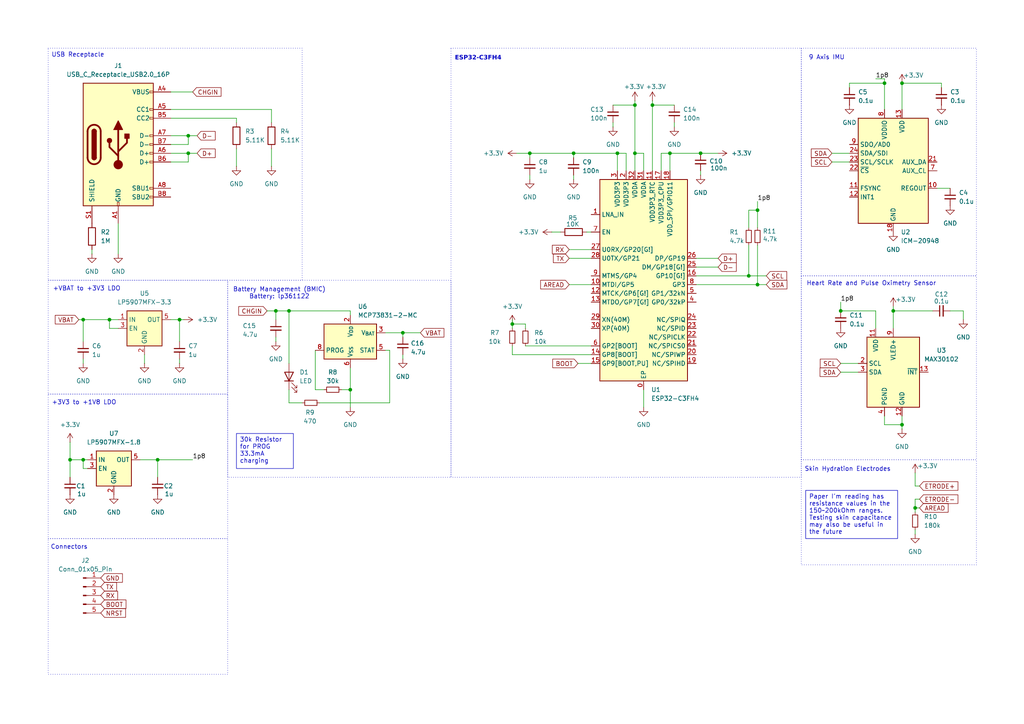
<source format=kicad_sch>
(kicad_sch (version 20231120) (generator "eeschema") (generator_version "8.0")
  (paper "A4")
  (lib_symbols
    (symbol "Battery_Management:MCP73831-2-MC"
      (property "Reference" "U" (at -7.62 6.35 0))
      (property "Value" "MCP73831-2-MC" (at 1.27 6.35 0))
      (symbol "MCP73831-2-MC_0_1"
        (rectangle (start -7.62 5.08) (end 7.62 -5.08) (stroke (width 0.254)) (fill (type background)))
      )
      (symbol "MCP73831-2-MC_1_1"
        (pin passive line (at 0 7.62 270) (length 2.54) hide (name "V_{DD}") (number "1"))
        (pin power_in line (at 0 7.62 270) (length 2.54) (name "V_{DD}") (number "2"))
        (pin power_out line (at 10.16 2.54 180) (length 2.54) (name "V_{BAT}") (number "3"))
        (pin passive line (at 10.16 2.54 180) (length 2.54) hide (name "V_{BAT}") (number "4"))
        (pin tri_state line (at 10.16 -2.54 180) (length 2.54) (name "STAT") (number "5"))
        (pin power_in line (at 0 -7.62 90) (length 2.54) (name "V_{SS}") (number "6"))
        (pin no_connect line (at -7.62 2.54 0) (length 2.54) hide (name "NC") (number "7"))
        (pin input line (at -10.16 -2.54 0) (length 2.54) (name "PROG") (number "8"))
      )
    )
    (symbol "Connector:Conn_01x05_Pin" (pin_names (offset 1.016) hide)
      (property "Reference" "J" (at 0 7.62 0))
      (property "Value" "Conn_01x05_Pin" (at 0 -7.62 0))
      (symbol "Conn_01x05_Pin_1_1"
        (polyline (pts (xy 1.27 -5.08) (xy 0.8636 -5.08)) (stroke (width 0.1524)))
        (polyline (pts (xy 1.27 -2.54) (xy 0.8636 -2.54)) (stroke (width 0.1524)))
        (polyline (pts (xy 1.27 0) (xy 0.8636 0)) (stroke (width 0.1524)))
        (polyline (pts (xy 1.27 2.54) (xy 0.8636 2.54)) (stroke (width 0.1524)))
        (polyline (pts (xy 1.27 5.08) (xy 0.8636 5.08)) (stroke (width 0.1524)))
        (rectangle (start 0.8636 -4.953) (end 0 -5.207) (stroke (width 0.1524)) (fill (type outline)))
        (rectangle (start 0.8636 -2.413) (end 0 -2.667) (stroke (width 0.1524)) (fill (type outline)))
        (rectangle (start 0.8636 0.127) (end 0 -0.127) (stroke (width 0.1524)) (fill (type outline)))
        (rectangle (start 0.8636 2.667) (end 0 2.413) (stroke (width 0.1524)) (fill (type outline)))
        (rectangle (start 0.8636 5.207) (end 0 4.953) (stroke (width 0.1524)) (fill (type outline)))
        (pin passive line (at 5.08 5.08 180) (length 3.81) (name "Pin_1") (number "1"))
        (pin passive line (at 5.08 2.54 180) (length 3.81) (name "Pin_2") (number "2"))
        (pin passive line (at 5.08 0 180) (length 3.81) (name "Pin_3") (number "3"))
        (pin passive line (at 5.08 -2.54 180) (length 3.81) (name "Pin_4") (number "4"))
        (pin passive line (at 5.08 -5.08 180) (length 3.81) (name "Pin_5") (number "5"))
      )
    )
    (symbol "Connector:USB_C_Receptacle_USB2.0_16P" (pin_names (offset 1.016))
      (property "Reference" "J" (at 0 22.225 0))
      (property "Value" "USB_C_Receptacle_USB2.0_16P" (at 0 19.685 0))
      (symbol "USB_C_Receptacle_USB2.0_16P_0_0"
        (rectangle (start -0.254 -17.78) (end 0.254 -16.764))
        (rectangle (start 10.16 -14.986) (end 9.144 -15.494))
        (rectangle (start 10.16 -12.446) (end 9.144 -12.954))
        (rectangle (start 10.16 -4.826) (end 9.144 -5.334))
        (rectangle (start 10.16 -2.286) (end 9.144 -2.794))
        (rectangle (start 10.16 0.254) (end 9.144 -0.254))
        (rectangle (start 10.16 2.794) (end 9.144 2.286))
        (rectangle (start 10.16 7.874) (end 9.144 7.366))
        (rectangle (start 10.16 10.414) (end 9.144 9.906))
        (rectangle (start 10.16 15.494) (end 9.144 14.986))
      )
      (symbol "USB_C_Receptacle_USB2.0_16P_0_1"
        (rectangle (start -10.16 17.78) (end 10.16 -17.78) (stroke (width 0.254)) (fill (type background)))
        (arc (start -8.89 -3.81) (mid -6.985 -5.7067) (end -5.08 -3.81) (stroke (width 0.508)))
        (arc (start -7.62 -3.81) (mid -6.985 -4.4423) (end -6.35 -3.81) (stroke (width 0.254)))
        (arc (start -7.62 -3.81) (mid -6.985 -4.4423) (end -6.35 -3.81) (stroke (width 0.254)) (fill (type outline)))
        (rectangle (start -7.62 -3.81) (end -6.35 3.81) (stroke (width 0.254)) (fill (type outline)))
        (arc (start -6.35 3.81) (mid -6.985 4.4423) (end -7.62 3.81) (stroke (width 0.254)))
        (arc (start -6.35 3.81) (mid -6.985 4.4423) (end -7.62 3.81) (stroke (width 0.254)) (fill (type outline)))
        (arc (start -5.08 3.81) (mid -6.985 5.7067) (end -8.89 3.81) (stroke (width 0.508)))
        (circle (center -2.54 1.143) (radius 0.635) (stroke (width 0.254)) (fill (type outline)))
        (circle (center 0 -5.842) (radius 1.27) (fill (type outline)))
        (polyline (pts (xy -8.89 -3.81) (xy -8.89 3.81)) (stroke (width 0.508)))
        (polyline (pts (xy -5.08 3.81) (xy -5.08 -3.81)) (stroke (width 0.508)))
        (polyline (pts (xy 0 -5.842) (xy 0 4.318)) (stroke (width 0.508)))
        (polyline (pts (xy 0 -3.302) (xy -2.54 -0.762) (xy -2.54 0.508)) (stroke (width 0.508)))
        (polyline (pts (xy 0 -2.032) (xy 2.54 0.508) (xy 2.54 1.778)) (stroke (width 0.508)))
        (polyline (pts (xy -1.27 4.318) (xy 0 6.858) (xy 1.27 4.318) (xy -1.27 4.318)) (stroke (width 0.254)) (fill (type outline)))
        (rectangle (start 1.905 1.778) (end 3.175 3.048) (stroke (width 0.254)) (fill (type outline)))
      )
      (symbol "USB_C_Receptacle_USB2.0_16P_1_1"
        (pin passive line (at 0 -22.86 90) (length 5.08) (name "GND") (number "A1"))
        (pin passive line (at 0 -22.86 90) (length 5.08) hide (name "GND") (number "A12"))
        (pin passive line (at 15.24 15.24 180) (length 5.08) (name "VBUS") (number "A4"))
        (pin bidirectional line (at 15.24 10.16 180) (length 5.08) (name "CC1") (number "A5"))
        (pin bidirectional line (at 15.24 -2.54 180) (length 5.08) (name "D+") (number "A6"))
        (pin bidirectional line (at 15.24 2.54 180) (length 5.08) (name "D-") (number "A7"))
        (pin bidirectional line (at 15.24 -12.7 180) (length 5.08) (name "SBU1") (number "A8"))
        (pin passive line (at 15.24 15.24 180) (length 5.08) hide (name "VBUS") (number "A9"))
        (pin passive line (at 0 -22.86 90) (length 5.08) hide (name "GND") (number "B1"))
        (pin passive line (at 0 -22.86 90) (length 5.08) hide (name "GND") (number "B12"))
        (pin passive line (at 15.24 15.24 180) (length 5.08) hide (name "VBUS") (number "B4"))
        (pin bidirectional line (at 15.24 7.62 180) (length 5.08) (name "CC2") (number "B5"))
        (pin bidirectional line (at 15.24 -5.08 180) (length 5.08) (name "D+") (number "B6"))
        (pin bidirectional line (at 15.24 0 180) (length 5.08) (name "D-") (number "B7"))
        (pin bidirectional line (at 15.24 -15.24 180) (length 5.08) (name "SBU2") (number "B8"))
        (pin passive line (at 15.24 15.24 180) (length 5.08) hide (name "VBUS") (number "B9"))
        (pin passive line (at -7.62 -22.86 90) (length 5.08) (name "SHIELD") (number "S1"))
      )
    )
    (symbol "Device:C_Small" (pin_numbers hide) (pin_names (offset 0.254) hide)
      (property "Reference" "C" (at 0.254 1.778 0))
      (property "Value" "C_Small" (at 0.254 -2.032 0))
      (symbol "C_Small_0_1"
        (polyline (pts (xy -1.524 -0.508) (xy 1.524 -0.508)) (stroke (width 0.3302)))
        (polyline (pts (xy -1.524 0.508) (xy 1.524 0.508)) (stroke (width 0.3048)))
      )
      (symbol "C_Small_1_1"
        (pin passive line (at 0 2.54 270) (length 2.032) (name "~") (number "1"))
        (pin passive line (at 0 -2.54 90) (length 2.032) (name "~") (number "2"))
      )
    )
    (symbol "Device:LED" (pin_numbers hide) (pin_names (offset 1.016) hide)
      (property "Reference" "D" (at 0 2.54 0))
      (property "Value" "LED" (at 0 -2.54 0))
      (symbol "LED_0_1"
        (polyline (pts (xy -1.27 -1.27) (xy -1.27 1.27)) (stroke (width 0.254)))
        (polyline (pts (xy -1.27 0) (xy 1.27 0)))
        (polyline (pts (xy 1.27 -1.27) (xy 1.27 1.27) (xy -1.27 0) (xy 1.27 -1.27)) (stroke (width 0.254)))
        (polyline (pts (xy -3.048 -0.762) (xy -4.572 -2.286) (xy -3.81 -2.286) (xy -4.572 -2.286) (xy -4.572 -1.524)))
        (polyline (pts (xy -1.778 -0.762) (xy -3.302 -2.286) (xy -2.54 -2.286) (xy -3.302 -2.286) (xy -3.302 -1.524)))
      )
      (symbol "LED_1_1"
        (pin passive line (at -3.81 0 0) (length 2.54) (name "K") (number "1"))
        (pin passive line (at 3.81 0 180) (length 2.54) (name "A") (number "2"))
      )
    )
    (symbol "Device:R" (pin_numbers hide) (pin_names (offset 0))
      (property "Reference" "R" (at 2.032 0 90))
      (property "Value" "R" (at 0 0 90))
      (symbol "R_0_1"
        (rectangle (start -1.016 -2.54) (end 1.016 2.54) (stroke (width 0.254)))
      )
      (symbol "R_1_1"
        (pin passive line (at 0 3.81 270) (length 1.27) (name "~") (number "1"))
        (pin passive line (at 0 -3.81 90) (length 1.27) (name "~") (number "2"))
      )
    )
    (symbol "Device:R_Small" (pin_numbers hide) (pin_names (offset 0.254) hide)
      (property "Reference" "R" (at 0.762 0.508 0))
      (property "Value" "R_Small" (at 0.762 -1.016 0))
      (symbol "R_Small_0_1"
        (rectangle (start -0.762 1.778) (end 0.762 -1.778) (stroke (width 0.2032)))
      )
      (symbol "R_Small_1_1"
        (pin passive line (at 0 2.54 270) (length 0.762) (name "~") (number "1"))
        (pin passive line (at 0 -2.54 90) (length 0.762) (name "~") (number "2"))
      )
    )
    (symbol "Regulator_Linear:LP5907MFX-1.8"
      (property "Reference" "U" (at -3.81 6.35 0))
      (property "Value" "LP5907MFX-1.8" (at 6.35 6.35 0))
      (symbol "LP5907MFX-1.8_0_1"
        (rectangle (start -5.08 -5.08) (end 5.08 5.08) (stroke (width 0.254)) (fill (type background)))
        (pin power_in line (at -7.62 2.54 0) (length 2.54) (name "IN") (number "1"))
        (pin power_in line (at 0 -7.62 90) (length 2.54) (name "GND") (number "2"))
        (pin input line (at -7.62 0 0) (length 2.54) (name "EN") (number "3"))
        (pin no_connect line (at 5.08 0 180) (length 2.54) hide (name "NC") (number "4"))
        (pin power_out line (at 7.62 2.54 180) (length 2.54) (name "OUT") (number "5"))
      )
    )
    (symbol "Regulator_Linear:LP5907MFX-3.3"
      (property "Reference" "U" (at -3.81 6.35 0))
      (property "Value" "LP5907MFX-3.3" (at 6.35 6.35 0))
      (symbol "LP5907MFX-3.3_0_1"
        (rectangle (start -5.08 -5.08) (end 5.08 5.08) (stroke (width 0.254)) (fill (type background)))
        (pin power_in line (at -7.62 2.54 0) (length 2.54) (name "IN") (number "1"))
        (pin power_in line (at 0 -7.62 90) (length 2.54) (name "GND") (number "2"))
        (pin input line (at -7.62 0 0) (length 2.54) (name "EN") (number "3"))
        (pin no_connect line (at 5.08 0 180) (length 2.54) hide (name "NC") (number "4"))
        (pin power_out line (at 7.62 2.54 180) (length 2.54) (name "OUT") (number "5"))
      )
    )
    (symbol "Sensor:MAX30102"
      (property "Reference" "U" (at 7.62 15.24 0))
      (property "Value" "MAX30102" (at 7.62 12.7 0))
      (symbol "MAX30102_0_1"
        (rectangle (start -7.62 10.16) (end 7.62 -10.16) (stroke (width 0.254)) (fill (type background)))
      )
      (symbol "MAX30102_1_1"
        (pin no_connect line (at -7.62 5.08 0) (length 2.54) hide (name "NC") (number "1"))
        (pin passive line (at 0 12.7 270) (length 2.54) hide (name "VLED+") (number "10"))
        (pin power_in line (at -5.08 12.7 270) (length 2.54) (name "VDD") (number "11"))
        (pin power_in line (at 2.54 -12.7 90) (length 2.54) (name "GND") (number "12"))
        (pin output line (at 10.16 0 180) (length 2.54) (name "~{INT}") (number "13"))
        (pin no_connect line (at 7.62 2.54 180) (length 2.54) hide (name "NC") (number "14"))
        (pin input line (at -10.16 2.54 0) (length 2.54) (name "SCL") (number "2"))
        (pin bidirectional line (at -10.16 0 0) (length 2.54) (name "SDA") (number "3"))
        (pin power_in line (at -2.54 -12.7 90) (length 2.54) (name "PGND") (number "4"))
        (pin no_connect line (at 7.62 -7.62 180) (length 2.54) hide (name "NC") (number "5"))
        (pin no_connect line (at 7.62 -5.08 180) (length 2.54) hide (name "NC") (number "6"))
        (pin no_connect line (at -7.62 -2.54 0) (length 2.54) hide (name "NC") (number "7"))
        (pin no_connect line (at 7.62 5.08 180) (length 2.54) hide (name "NC") (number "8"))
        (pin power_in line (at 0 12.7 270) (length 2.54) (name "VLED+") (number "9"))
      )
    )
    (symbol "Sensor_Motion:ICM-20948"
      (property "Reference" "U" (at -11.43 16.51 0))
      (property "Value" "ICM-20948" (at 7.62 -16.51 0))
      (symbol "ICM-20948_0_1"
        (rectangle (start -10.16 15.24) (end 10.16 -15.24) (stroke (width 0.254)) (fill (type background)))
      )
      (symbol "ICM-20948_1_1"
        (pin no_connect line (at -10.16 12.7 0) (length 2.54) hide (name "NC") (number "1"))
        (pin passive line (at 12.7 -5.08 180) (length 2.54) (name "REGOUT") (number "10"))
        (pin input line (at -12.7 -5.08 0) (length 2.54) (name "FSYNC") (number "11"))
        (pin output line (at -12.7 -7.62 0) (length 2.54) (name "INT1") (number "12"))
        (pin power_in line (at 2.54 17.78 270) (length 2.54) (name "VDD") (number "13"))
        (pin no_connect line (at 10.16 7.62 180) (length 2.54) hide (name "NC") (number "14"))
        (pin no_connect line (at 10.16 5.08 180) (length 2.54) hide (name "NC") (number "15"))
        (pin no_connect line (at 10.16 -7.62 180) (length 2.54) hide (name "NC") (number "16"))
        (pin no_connect line (at 10.16 -10.16 180) (length 2.54) hide (name "NC") (number "17"))
        (pin power_in line (at 0 -17.78 90) (length 2.54) (name "GND") (number "18"))
        (pin no_connect line (at 10.16 -12.7 180) (length 2.54) hide (name "RESV") (number "19"))
        (pin no_connect line (at -10.16 10.16 0) (length 2.54) hide (name "NC") (number "2"))
        (pin passive line (at 0 -17.78 90) (length 2.54) hide (name "GND") (number "20"))
        (pin bidirectional line (at 12.7 2.54 180) (length 2.54) (name "AUX_DA") (number "21"))
        (pin input line (at -12.7 0 0) (length 2.54) (name "~{CS}") (number "22"))
        (pin input line (at -12.7 2.54 0) (length 2.54) (name "SCL/SCLK") (number "23"))
        (pin bidirectional line (at -12.7 5.08 0) (length 2.54) (name "SDA/SDI") (number "24"))
        (pin no_connect line (at -10.16 -2.54 0) (length 2.54) hide (name "NC") (number "3"))
        (pin no_connect line (at -10.16 -10.16 0) (length 2.54) hide (name "NC") (number "4"))
        (pin no_connect line (at -10.16 -12.7 0) (length 2.54) hide (name "NC") (number "5"))
        (pin no_connect line (at 10.16 10.16 180) (length 2.54) hide (name "NC") (number "6"))
        (pin output line (at 12.7 0 180) (length 2.54) (name "AUX_CL") (number "7"))
        (pin power_in line (at -2.54 17.78 270) (length 2.54) (name "VDDIO") (number "8"))
        (pin bidirectional line (at -12.7 7.62 0) (length 2.54) (name "SDO/AD0") (number "9"))
      )
    )
    (symbol "esp32-c3fh4:ESP32-C3FH4"
      (property "Reference" "U" (at 30.48 5.08 0))
      (property "Value" "ESP32-C3FH4" (at 30.48 2.54 0))
      (symbol "ESP32-C3FH4_1_1"
        (rectangle (start 0 0) (end 25.4 -58.42) (stroke (width 0.254)) (fill (type background)))
        (pin bidirectional line (at 12.7 -60.96 90) (length 2.54) (name "EP") (number "0"))
        (pin bidirectional line (at -2.54 -10.16 0) (length 2.54) (name "LNA_IN") (number "1"))
        (pin bidirectional line (at -2.54 -30.48 0) (length 2.54) (name "MTDI/GP5") (number "10"))
        (pin bidirectional line (at 15.24 2.54 270) (length 2.54) (name "VDD3P3_RTC") (number "11"))
        (pin bidirectional line (at -2.54 -33.02 0) (length 2.54) (name "MTCK/GP6[G!]") (number "12"))
        (pin bidirectional line (at -2.54 -35.56 0) (length 2.54) (name "MTDO/GP7[G!]") (number "13"))
        (pin bidirectional line (at -2.54 -50.8 0) (length 2.54) (name "GP8[BOOT]") (number "14"))
        (pin bidirectional line (at -2.54 -53.34 0) (length 2.54) (name "GP9[BOOT,PU]") (number "15"))
        (pin bidirectional line (at 27.94 -27.94 180) (length 2.54) (name "GP10[G!]") (number "16"))
        (pin bidirectional line (at 17.78 2.54 270) (length 2.54) (name "VDD3P3_CPU") (number "17"))
        (pin bidirectional line (at 20.32 2.54 270) (length 2.54) (name "VDD_SPI/GPIO11") (number "18"))
        (pin bidirectional line (at 27.94 -53.34 180) (length 2.54) (name "NC/SPIHD") (number "19"))
        (pin bidirectional line (at 7.62 2.54 270) (length 2.54) (name "VDD3P3") (number "2"))
        (pin bidirectional line (at 27.94 -50.8 180) (length 2.54) (name "NC/SPIWP") (number "20"))
        (pin bidirectional line (at 27.94 -48.26 180) (length 2.54) (name "NC/SPICS0") (number "21"))
        (pin bidirectional line (at 27.94 -45.72 180) (length 2.54) (name "NC/SPICLK") (number "22"))
        (pin bidirectional line (at 27.94 -43.18 180) (length 2.54) (name "NC/SPID") (number "23"))
        (pin bidirectional line (at 27.94 -40.64 180) (length 2.54) (name "NC/SPIQ") (number "24"))
        (pin bidirectional line (at 27.94 -25.4 180) (length 2.54) (name "DM/GP18[G!]") (number "25"))
        (pin bidirectional line (at 27.94 -22.86 180) (length 2.54) (name "DP/GP19") (number "26"))
        (pin bidirectional line (at -2.54 -20.32 0) (length 2.54) (name "U0RX/GP20[G!]") (number "27"))
        (pin bidirectional line (at -2.54 -22.86 0) (length 2.54) (name "U0TX/GP21") (number "28"))
        (pin bidirectional line (at -2.54 -40.64 0) (length 2.54) (name "XN(40M)") (number "29"))
        (pin bidirectional line (at 5.08 2.54 270) (length 2.54) (name "VDD3P3") (number "3"))
        (pin bidirectional line (at -2.54 -43.18 0) (length 2.54) (name "XP(40M)") (number "30"))
        (pin bidirectional line (at 12.7 2.54 270) (length 2.54) (name "VDDA") (number "31"))
        (pin bidirectional line (at 10.16 2.54 270) (length 2.54) (name "VDDA") (number "32"))
        (pin bidirectional line (at 27.94 -35.56 180) (length 2.54) (name "GP0/32kP") (number "4"))
        (pin bidirectional line (at 27.94 -33.02 180) (length 2.54) (name "GP1/32kN") (number "5"))
        (pin bidirectional line (at -2.54 -48.26 0) (length 2.54) (name "GP2[BOOT]") (number "6"))
        (pin bidirectional line (at -2.54 -15.24 0) (length 2.54) (name "EN") (number "7"))
        (pin bidirectional line (at 27.94 -30.48 180) (length 2.54) (name "GP3") (number "8"))
        (pin bidirectional line (at -2.54 -27.94 0) (length 2.54) (name "MTMS/GP4") (number "9"))
      )
    )
    (symbol "power:+3.3V" (power) (pin_numbers hide) (pin_names (offset 0) hide)
      (property "Value" "+3.3V" (at 0 3.556 0))
      (symbol "+3.3V_0_1"
        (polyline (pts (xy -0.762 1.27) (xy 0 2.54)))
        (polyline (pts (xy 0 0) (xy 0 2.54)))
        (polyline (pts (xy 0 2.54) (xy 0.762 1.27)))
      )
      (symbol "+3.3V_1_1"
        (pin power_in line (at 0 0 90) (length 0) (name "~") (number "1"))
      )
    )
    (symbol "power:GND" (power) (pin_numbers hide) (pin_names (offset 0) hide)
      (property "Value" "GND" (at 0 -3.81 0))
      (symbol "GND_0_1"
        (polyline (pts (xy 0 0) (xy 0 -1.27) (xy 1.27 -1.27) (xy 0 -2.54) (xy -1.27 -1.27) (xy 0 -1.27)))
      )
      (symbol "GND_1_1"
        (pin power_in line (at 0 0 270) (length 0) (name "~") (number "1"))
      )
    )
  )
  (junction (at 243.84 90.17))
  (junction (at 148.59 93.98))
  (junction (at 189.23 30.48))
  (junction (at 203.2 44.45))
  (junction (at 217.17 80.01))
  (junction (at 20.32 133.35))
  (junction (at 194.31 44.45))
  (junction (at 54.61 44.45))
  (junction (at 45.72 133.35))
  (junction (at 256.54 24.13))
  (junction (at 52.07 92.71))
  (junction (at 153.67 44.45))
  (junction (at 184.15 30.48))
  (junction (at 54.61 39.37))
  (junction (at 265.43 147.32))
  (junction (at 261.62 123.19))
  (junction (at 179.07 44.45))
  (junction (at 116.84 96.52))
  (junction (at 219.71 82.55))
  (junction (at 219.71 60.96))
  (junction (at 31.75 92.71))
  (junction (at 261.62 24.13))
  (junction (at 259.08 90.17))
  (junction (at 184.15 44.45))
  (junction (at 24.13 92.71))
  (junction (at 24.13 133.35))
  (junction (at 166.37 44.45))
  (junction (at 101.6 113.03))
  (junction (at 80.01 90.17))
  (junction (at 83.82 90.17))
  (wire (pts (xy 52.07 92.71) (xy 52.07 99.06)))
  (wire (pts (xy 273.05 24.13) (xy 273.05 25.4)))
  (wire (pts (xy 41.91 105.41) (xy 41.91 102.87)))
  (wire (pts (xy 78.74 31.75) (xy 78.74 35.56)))
  (wire (pts (xy 208.28 74.93) (xy 201.93 74.93)))
  (wire (pts (xy 83.82 105.41) (xy 83.82 90.17)))
  (wire (pts (xy 261.62 24.13) (xy 273.05 24.13)))
  (wire (pts (xy 275.59 90.17) (xy 279.4 90.17)))
  (wire (pts (xy 54.61 46.99) (xy 49.53 46.99)))
  (wire (pts (xy 152.4 100.33) (xy 171.45 100.33)))
  (wire (pts (xy 261.62 123.19) (xy 261.62 124.46)))
  (wire (pts (xy 160.02 67.31) (xy 162.56 67.31)))
  (wire (pts (xy 222.25 82.55) (xy 219.71 82.55)))
  (wire (pts (xy 113.03 116.84) (xy 113.03 101.6)))
  (wire (pts (xy 189.23 29.21) (xy 189.23 30.48)))
  (wire (pts (xy 166.37 44.45) (xy 179.07 44.45)))
  (wire (pts (xy 217.17 71.12) (xy 217.17 80.01)))
  (wire (pts (xy 54.61 44.45) (xy 54.61 46.99)))
  (wire (pts (xy 149.86 44.45) (xy 153.67 44.45)))
  (wire (pts (xy 34.29 95.25) (xy 31.75 95.25)))
  (wire (pts (xy 177.8 36.83) (xy 177.8 35.56)))
  (wire (pts (xy 243.84 107.95) (xy 248.92 107.95)))
  (wire (pts (xy 254 90.17) (xy 254 95.25)))
  (wire (pts (xy 24.13 99.06) (xy 24.13 92.71)))
  (wire (pts (xy 148.59 93.98) (xy 148.59 95.25)))
  (wire (pts (xy 20.32 128.27) (xy 20.32 133.35)))
  (wire (pts (xy 26.67 73.66) (xy 26.67 72.39)))
  (wire (pts (xy 256.54 22.86) (xy 256.54 24.13)))
  (wire (pts (xy 166.37 52.07) (xy 166.37 50.8)))
  (wire (pts (xy 20.32 133.35) (xy 24.13 133.35)))
  (wire (pts (xy 189.23 30.48) (xy 189.23 49.53)))
  (wire (pts (xy 111.76 96.52) (xy 116.84 96.52)))
  (wire (pts (xy 219.71 60.96) (xy 219.71 66.04)))
  (wire (pts (xy 179.07 49.53) (xy 179.07 44.45)))
  (wire (pts (xy 49.53 41.91) (xy 54.61 41.91)))
  (wire (pts (xy 184.15 30.48) (xy 184.15 29.21)))
  (wire (pts (xy 256.54 120.65) (xy 256.54 123.19)))
  (wire (pts (xy 243.84 87.63) (xy 243.84 90.17)))
  (wire (pts (xy 181.61 44.45) (xy 181.61 49.53)))
  (wire (pts (xy 153.67 52.07) (xy 153.67 50.8)))
  (wire (pts (xy 22.86 92.71) (xy 24.13 92.71)))
  (wire (pts (xy 80.01 90.17) (xy 83.82 90.17)))
  (wire (pts (xy 256.54 123.19) (xy 261.62 123.19)))
  (wire (pts (xy 116.84 96.52) (xy 121.92 96.52)))
  (wire (pts (xy 217.17 80.01) (xy 222.25 80.01)))
  (wire (pts (xy 259.08 90.17) (xy 259.08 95.25)))
  (wire (pts (xy 45.72 138.43) (xy 45.72 133.35)))
  (wire (pts (xy 261.62 120.65) (xy 261.62 123.19)))
  (wire (pts (xy 201.93 80.01) (xy 217.17 80.01)))
  (wire (pts (xy 179.07 44.45) (xy 181.61 44.45)))
  (wire (pts (xy 254 22.86) (xy 256.54 22.86)))
  (wire (pts (xy 184.15 30.48) (xy 184.15 44.45)))
  (wire (pts (xy 219.71 82.55) (xy 201.93 82.55)))
  (wire (pts (xy 99.06 113.03) (xy 101.6 113.03)))
  (wire (pts (xy 152.4 95.25) (xy 152.4 93.98)))
  (wire (pts (xy 31.75 95.25) (xy 31.75 92.71)))
  (wire (pts (xy 83.82 113.03) (xy 83.82 116.84)))
  (wire (pts (xy 184.15 44.45) (xy 184.15 49.53)))
  (wire (pts (xy 116.84 104.14) (xy 116.84 102.87)))
  (wire (pts (xy 24.13 133.35) (xy 25.4 133.35)))
  (wire (pts (xy 195.58 36.83) (xy 195.58 35.56)))
  (wire (pts (xy 148.59 92.71) (xy 148.59 93.98)))
  (wire (pts (xy 194.31 44.45) (xy 203.2 44.45)))
  (wire (pts (xy 55.88 26.67) (xy 49.53 26.67)))
  (wire (pts (xy 68.58 43.18) (xy 68.58 48.26)))
  (wire (pts (xy 68.58 34.29) (xy 68.58 35.56)))
  (wire (pts (xy 170.18 67.31) (xy 171.45 67.31)))
  (wire (pts (xy 153.67 44.45) (xy 153.67 45.72)))
  (wire (pts (xy 54.61 39.37) (xy 57.15 39.37)))
  (wire (pts (xy 203.2 50.8) (xy 203.2 49.53)))
  (wire (pts (xy 184.15 44.45) (xy 186.69 44.45)))
  (wire (pts (xy 275.59 54.61) (xy 271.78 54.61)))
  (wire (pts (xy 165.1 74.93) (xy 171.45 74.93)))
  (wire (pts (xy 177.8 30.48) (xy 184.15 30.48)))
  (wire (pts (xy 78.74 43.18) (xy 78.74 48.26)))
  (wire (pts (xy 279.4 90.17) (xy 279.4 92.71)))
  (wire (pts (xy 265.43 147.32) (xy 266.7 147.32)))
  (wire (pts (xy 203.2 44.45) (xy 208.28 44.45)))
  (wire (pts (xy 101.6 106.68) (xy 101.6 113.03)))
  (wire (pts (xy 92.71 116.84) (xy 113.03 116.84)))
  (wire (pts (xy 191.77 44.45) (xy 191.77 49.53)))
  (wire (pts (xy 49.53 34.29) (xy 68.58 34.29)))
  (wire (pts (xy 186.69 113.03) (xy 186.69 118.11)))
  (wire (pts (xy 116.84 96.52) (xy 116.84 97.79)))
  (wire (pts (xy 83.82 90.17) (xy 101.6 90.17)))
  (wire (pts (xy 80.01 90.17) (xy 80.01 92.71)))
  (wire (pts (xy 265.43 144.78) (xy 265.43 147.32)))
  (wire (pts (xy 91.44 113.03) (xy 93.98 113.03)))
  (wire (pts (xy 167.64 105.41) (xy 171.45 105.41)))
  (wire (pts (xy 261.62 24.13) (xy 261.62 31.75)))
  (wire (pts (xy 243.84 105.41) (xy 248.92 105.41)))
  (wire (pts (xy 80.01 99.06) (xy 80.01 97.79)))
  (wire (pts (xy 54.61 44.45) (xy 57.15 44.45)))
  (wire (pts (xy 101.6 113.03) (xy 101.6 118.11)))
  (wire (pts (xy 83.82 116.84) (xy 87.63 116.84)))
  (wire (pts (xy 40.64 133.35) (xy 45.72 133.35)))
  (wire (pts (xy 217.17 60.96) (xy 217.17 66.04)))
  (wire (pts (xy 189.23 30.48) (xy 195.58 30.48)))
  (wire (pts (xy 49.53 39.37) (xy 54.61 39.37)))
  (wire (pts (xy 49.53 92.71) (xy 52.07 92.71)))
  (wire (pts (xy 219.71 60.96) (xy 217.17 60.96)))
  (wire (pts (xy 241.3 46.99) (xy 246.38 46.99)))
  (wire (pts (xy 152.4 93.98) (xy 148.59 93.98)))
  (wire (pts (xy 54.61 41.91) (xy 54.61 39.37)))
  (wire (pts (xy 153.67 44.45) (xy 166.37 44.45)))
  (wire (pts (xy 259.08 88.9) (xy 259.08 90.17)))
  (wire (pts (xy 54.61 44.45) (xy 49.53 44.45)))
  (wire (pts (xy 265.43 147.32) (xy 265.43 148.59)))
  (wire (pts (xy 20.32 138.43) (xy 20.32 133.35)))
  (wire (pts (xy 24.13 135.89) (xy 25.4 135.89)))
  (wire (pts (xy 265.43 137.16) (xy 265.43 140.97)))
  (wire (pts (xy 165.1 82.55) (xy 171.45 82.55)))
  (wire (pts (xy 24.13 105.41) (xy 24.13 104.14)))
  (wire (pts (xy 77.47 90.17) (xy 80.01 90.17)))
  (wire (pts (xy 219.71 71.12) (xy 219.71 82.55)))
  (wire (pts (xy 194.31 44.45) (xy 194.31 49.53)))
  (wire (pts (xy 246.38 24.13) (xy 246.38 25.4)))
  (wire (pts (xy 91.44 101.6) (xy 91.44 113.03)))
  (wire (pts (xy 219.71 58.42) (xy 219.71 60.96)))
  (wire (pts (xy 243.84 90.17) (xy 254 90.17)))
  (wire (pts (xy 165.1 72.39) (xy 171.45 72.39)))
  (wire (pts (xy 31.75 92.71) (xy 34.29 92.71)))
  (wire (pts (xy 266.7 144.78) (xy 265.43 144.78)))
  (wire (pts (xy 52.07 105.41) (xy 52.07 104.14)))
  (wire (pts (xy 191.77 44.45) (xy 194.31 44.45)))
  (wire (pts (xy 34.29 64.77) (xy 34.29 73.66)))
  (wire (pts (xy 265.43 153.67) (xy 265.43 154.94)))
  (wire (pts (xy 113.03 101.6) (xy 111.76 101.6)))
  (wire (pts (xy 256.54 24.13) (xy 256.54 31.75)))
  (wire (pts (xy 265.43 140.97) (xy 266.7 140.97)))
  (wire (pts (xy 53.34 92.71) (xy 52.07 92.71)))
  (wire (pts (xy 256.54 24.13) (xy 246.38 24.13)))
  (wire (pts (xy 208.28 77.47) (xy 201.93 77.47)))
  (wire (pts (xy 24.13 133.35) (xy 24.13 135.89)))
  (wire (pts (xy 24.13 92.71) (xy 31.75 92.71)))
  (wire (pts (xy 45.72 133.35) (xy 55.88 133.35)))
  (wire (pts (xy 186.69 44.45) (xy 186.69 49.53)))
  (wire (pts (xy 241.3 44.45) (xy 246.38 44.45)))
  (wire (pts (xy 166.37 44.45) (xy 166.37 45.72)))
  (wire (pts (xy 101.6 90.17) (xy 101.6 91.44)))
  (wire (pts (xy 49.53 31.75) (xy 78.74 31.75)))
  (wire (pts (xy 148.59 100.33) (xy 148.59 102.87)))
  (wire (pts (xy 259.08 90.17) (xy 270.51 90.17)))
  (wire (pts (xy 148.59 102.87) (xy 171.45 102.87)))
  (rectangle (start 232.41 13.97) (end 283.21 80.01) (stroke (width 0) (type dot)))
  (rectangle (start 13.97 114.3) (end 66.04 156.21) (stroke (width 0) (type dot)))
  (rectangle (start 66.04 81.28) (end 130.81 138.43) (stroke (width 0) (type dot)))
  (rectangle (start 13.97 156.21) (end 66.04 195.58) (stroke (width 0) (type dot)))
  (rectangle (start 13.97 13.97) (end 87.63 81.28) (stroke (width 0) (type dot)))
  (rectangle (start 232.41 133.35) (end 283.21 163.83) (stroke (width 0) (type dot)))
  (rectangle (start 130.81 13.97) (end 232.41 138.43) (stroke (width 0) (type dot)))
  (rectangle (start 232.41 80.01) (end 283.21 133.35) (stroke (width 0) (type dot)))
  (rectangle (start 13.97 81.28) (end 66.04 114.3) (stroke (width 0) (type dot)))
  (text_box "30k Resistor for PROG 33.3mA charging" (at 68.58 125.73 0) (size 16.51 10.16) (effects (font (size 1.27 1.27)) (justify left top)))
  (text_box "Paper I'm reading has resistance values in the 150~200kOhm ranges. Testing skin capacitance may also be useful in the future" (at 233.68 142.24 0) (size 26.67 13.97) (effects (font (size 1.27 1.27)) (justify left top)))
  (text "Skin Hydration Electrodes\n" (at 245.872 136.144 0) (effects (font (size 1.27 1.27))))
  (text "Battery Management (BMIC)\nBattery: lp361122" (at 81.026 85.09 0) (effects (font (size 1.27 1.27))))
  (text "Heart Rate and Pulse Oximetry Sensor\n" (at 252.73 82.296 0) (effects (font (size 1.27 1.27))))
  (text "Connectors" (at 20.066 158.75 0) (effects (font (size 1.27 1.27))))
  (text "ESP32-C3FH4" (at 138.684 17.272 0) (effects (font (size 1.27 1.27) (thickness 0.254) (bold yes))))
  (text "USB Receptacle\n" (at 22.606 16.002 0) (effects (font (size 1.27 1.27))))
  (text "+3V3 to +1V8 LDO" (at 24.384 116.84 0) (effects (font (size 1.27 1.27))))
  (text "9 Axis IMU\n" (at 239.776 16.764 0) (effects (font (size 1.27 1.27))))
  (text "+VBAT to +3V3 LDO\n" (at 25.146 83.82 0) (effects (font (size 1.27 1.27))))
  (label "1p8" (at 254 22.86 0))
  (label "1p8" (at 243.84 87.63 0))
  (label "1p8" (at 55.88 133.35 0))
  (label "1p8" (at 219.71 58.42 0))
  (global_label "SCL" (shape input) (at 243.84 105.41 180) (property "Intersheetrefs" "${INTERSHEET_REFS}" (effects (hide yes))))
  (global_label "D+" (shape input) (at 208.28 74.93 0) (property "Intersheetrefs" "${INTERSHEET_REFS}" (effects (hide yes))))
  (global_label "D-" (shape input) (at 57.15 39.37 0) (property "Intersheetrefs" "${INTERSHEET_REFS}" (effects (hide yes))))
  (global_label "CHGIN" (shape input) (at 55.88 26.67 0) (property "Intersheetrefs" "${INTERSHEET_REFS}" (effects (hide yes))))
  (global_label "ETRODE+" (shape input) (at 266.7 140.97 0) (property "Intersheetrefs" "${INTERSHEET_REFS}" (effects (hide yes))))
  (global_label "RX" (shape input) (at 165.1 72.39 180) (property "Intersheetrefs" "${INTERSHEET_REFS}" (effects (hide yes))))
  (global_label "AREAD" (shape input) (at 266.7 147.32 0) (property "Intersheetrefs" "${INTERSHEET_REFS}" (effects (hide yes))))
  (global_label "BOOT" (shape input) (at 29.21 175.26 0) (property "Intersheetrefs" "${INTERSHEET_REFS}" (effects (hide yes))))
  (global_label "SDA" (shape input) (at 243.84 107.95 180) (property "Intersheetrefs" "${INTERSHEET_REFS}" (effects (hide yes))))
  (global_label "ETRODE-" (shape input) (at 266.7 144.78 0) (property "Intersheetrefs" "${INTERSHEET_REFS}" (effects (hide yes))))
  (global_label "SDA" (shape input) (at 222.25 82.55 0) (property "Intersheetrefs" "${INTERSHEET_REFS}" (effects (hide yes))))
  (global_label "TX" (shape input) (at 29.21 170.18 0) (property "Intersheetrefs" "${INTERSHEET_REFS}" (effects (hide yes))))
  (global_label "TX" (shape input) (at 165.1 74.93 180) (property "Intersheetrefs" "${INTERSHEET_REFS}" (effects (hide yes))))
  (global_label "SCL" (shape input) (at 241.3 46.99 180) (property "Intersheetrefs" "${INTERSHEET_REFS}" (effects (hide yes))))
  (global_label "GND" (shape input) (at 29.21 167.64 0) (property "Intersheetrefs" "${INTERSHEET_REFS}" (effects (hide yes))))
  (global_label "SDA" (shape input) (at 241.3 44.45 180) (property "Intersheetrefs" "${INTERSHEET_REFS}" (effects (hide yes))))
  (global_label "BOOT" (shape input) (at 167.64 105.41 180) (property "Intersheetrefs" "${INTERSHEET_REFS}" (effects (hide yes))))
  (global_label "SCL" (shape input) (at 222.25 80.01 0) (property "Intersheetrefs" "${INTERSHEET_REFS}" (effects (hide yes))))
  (global_label "AREAD" (shape input) (at 165.1 82.55 180) (property "Intersheetrefs" "${INTERSHEET_REFS}" (effects (hide yes))))
  (global_label "CHGIN" (shape input) (at 77.47 90.17 180) (property "Intersheetrefs" "${INTERSHEET_REFS}" (effects (hide yes))))
  (global_label "RX" (shape input) (at 29.21 172.72 0) (property "Intersheetrefs" "${INTERSHEET_REFS}" (effects (hide yes))))
  (global_label "VBAT" (shape input) (at 121.92 96.52 0) (property "Intersheetrefs" "${INTERSHEET_REFS}" (effects (hide yes))))
  (global_label "D-" (shape input) (at 208.28 77.47 0) (property "Intersheetrefs" "${INTERSHEET_REFS}" (effects (hide yes))))
  (global_label "D+" (shape input) (at 57.15 44.45 0) (property "Intersheetrefs" "${INTERSHEET_REFS}" (effects (hide yes))))
  (global_label "NRST" (shape input) (at 29.21 177.8 0) (property "Intersheetrefs" "${INTERSHEET_REFS}" (effects (hide yes))))
  (global_label "VBAT" (shape input) (at 22.86 92.71 180) (property "Intersheetrefs" "${INTERSHEET_REFS}" (effects (hide yes))))
  (symbol (lib_id "Device:C_Small") (at 273.05 27.94 0) (unit 1)
    (property "Reference" "C3" (at 275.59 26.6762 0) (effects (justify left)))
    (property "Value" "0.1u" (at 275.59 29.2162 0) (effects (justify left)))
    (property "Footprint" "Capacitor_SMD:C_0603_1608Metric" (effects (hide yes)))
    (property "Description" "Unpolarized capacitor, small symbol" (effects (hide yes)))
  )
  (symbol (lib_id "power:+3.3V") (at 148.59 93.98 0) (unit 1)
    (property "Reference" "#PWR030" (effects (hide yes)))
    (property "Value" "+3.3V" (at 148.59 88.9 0))
    (property "Description" "Power symbol creates a global label with name \"+3.3V\"" (effects (hide yes)))
  )
  (symbol (lib_id "power:GND") (at 246.38 30.48 0) (unit 1)
    (property "Reference" "#PWR013" (effects (hide yes)))
    (property "Value" "GND" (at 246.38 35.56 0))
    (property "Description" "Power symbol creates a global label with name \"GND\" , ground" (effects (hide yes)))
  )
  (symbol (lib_id "power:GND") (at 26.67 73.66 0) (unit 1)
    (property "Reference" "#PWR017" (effects (hide yes)))
    (property "Value" "GND" (at 26.67 78.74 0))
    (property "Description" "Power symbol creates a global label with name \"GND\" , ground" (effects (hide yes)))
  )
  (symbol (lib_id "Device:R_Small") (at 219.71 68.58 0) (unit 1)
    (property "Reference" "R11" (at 221.234 67.056 0) (effects (justify left)))
    (property "Value" "4.7k" (at 221.234 69.342 0) (effects (justify left)))
    (property "Footprint" "Resistor_SMD:R_0201_0603Metric" (effects (hide yes)))
    (property "Description" "Resistor, small symbol" (effects (hide yes)))
  )
  (symbol (lib_id "Device:R_Small") (at 96.52 113.03 90) (unit 1)
    (property "Reference" "R8" (at 96.52 107.95 90))
    (property "Value" "30k" (at 96.52 110.49 90))
    (property "Footprint" "Resistor_SMD:R_0201_0603Metric" (effects (hide yes)))
    (property "Description" "Resistor, small symbol" (effects (hide yes)))
  )
  (symbol (lib_id "Device:R_Small") (at 148.59 97.79 0) (unit 1)
    (property "Reference" "R7" (at 143.51 96.52 0))
    (property "Value" "10k" (at 143.51 99.06 0))
    (property "Footprint" "Resistor_SMD:R_0201_0603Metric" (effects (hide yes)))
    (property "Description" "Resistor, small symbol" (effects (hide yes)))
  )
  (symbol (lib_id "Connector:Conn_01x05_Pin") (at 24.13 172.72 0) (unit 1)
    (property "Reference" "J2" (at 24.765 162.56 0))
    (property "Value" "Conn_01x05_Pin" (at 24.765 165.1 0))
    (property "Footprint" "Connector_JST:JST_XH_B5B-XH-A_1x05_P2.50mm_Vertical" (effects (hide yes)))
    (property "Description" "Generic connector, single row, 01x05, script generated" (effects (hide yes)))
  )
  (symbol (lib_id "power:GND") (at 177.8 36.83 0) (unit 1)
    (property "Reference" "#PWR031" (effects (hide yes)))
    (property "Value" "GND" (at 177.8 41.91 0))
    (property "Description" "Power symbol creates a global label with name \"GND\" , ground" (effects (hide yes)))
  )
  (symbol (lib_id "power:GND") (at 265.43 154.94 0) (unit 1)
    (property "Reference" "#PWR022" (effects (hide yes)))
    (property "Value" "GND" (at 265.43 160.02 0))
    (property "Description" "Power symbol creates a global label with name \"GND\" , ground" (effects (hide yes)))
  )
  (symbol (lib_id "Device:R") (at 26.67 68.58 0) (unit 1)
    (property "Reference" "R2" (at 29.21 67.3099 0) (effects (justify left)))
    (property "Value" "1M" (at 29.21 69.8499 0) (effects (justify left)))
    (property "Footprint" "Resistor_SMD:R_0201_0603Metric" (effects (hide yes)))
    (property "Description" "Resistor" (effects (hide yes)))
  )
  (symbol (lib_id "Regulator_Linear:LP5907MFX-1.8") (at 33.02 135.89 0) (unit 1)
    (property "Reference" "U7" (at 33.02 125.73 0))
    (property "Value" "LP5907MFX-1.8" (at 33.02 128.27 0))
    (property "Footprint" "Package_TO_SOT_SMD:SOT-23-5" (effects (hide yes)))
    (property "Datasheet" "http://www.ti.com/lit/ds/symlink/lp5907.pdf" (effects (hide yes)))
    (property "Description" "250-mA Ultra-Low-Noise Low-IQ LDO, 1.8V, SOT-23" (effects (hide yes)))
  )
  (symbol (lib_id "Device:R_Small") (at 90.17 116.84 90) (unit 1)
    (property "Reference" "R9" (at 89.916 119.634 90))
    (property "Value" "470" (at 89.916 122.174 90))
    (property "Footprint" "Resistor_SMD:R_0201_0603Metric" (effects (hide yes)))
    (property "Description" "Resistor, small symbol" (effects (hide yes)))
  )
  (symbol (lib_id "Device:C_Small") (at 24.13 101.6 0) (unit 1)
    (property "Reference" "C6" (at 26.67 100.3362 0) (effects (justify left)))
    (property "Value" "1u" (at 26.67 102.8762 0) (effects (justify left)))
    (property "Footprint" "Capacitor_SMD:C_0603_1608Metric" (effects (hide yes)))
    (property "Description" "Unpolarized capacitor, small symbol" (effects (hide yes)))
  )
  (symbol (lib_id "power:+3.3V") (at 259.08 88.9 0) (unit 1)
    (property "Reference" "#PWR05" (effects (hide yes)))
    (property "Value" "+3.3V" (at 262.636 86.868 0))
    (property "Description" "Power symbol creates a global label with name \"+3.3V\"" (effects (hide yes)))
  )
  (symbol (lib_id "power:+3.3V") (at 160.02 67.31 90) (unit 1)
    (property "Reference" "#PWR024" (effects (hide yes)))
    (property "Value" "+3.3V" (at 156.21 67.3099 90) (effects (justify left)))
    (property "Description" "Power symbol creates a global label with name \"+3.3V\"" (effects (hide yes)))
  )
  (symbol (lib_id "Device:R") (at 68.58 39.37 0) (unit 1)
    (property "Reference" "R3" (at 71.12 38.0999 0) (effects (justify left)))
    (property "Value" "5.11K" (at 71.12 40.6399 0) (effects (justify left)))
    (property "Footprint" "Resistor_SMD:R_0201_0603Metric" (effects (hide yes)))
    (property "Description" "Resistor" (effects (hide yes)))
  )
  (symbol (lib_id "power:GND") (at 45.72 143.51 0) (unit 1)
    (property "Reference" "#PWR010" (effects (hide yes)))
    (property "Value" "GND" (at 45.72 148.59 0))
    (property "Description" "Power symbol creates a global label with name \"GND\" , ground" (effects (hide yes)))
  )
  (symbol (lib_id "power:GND") (at 116.84 104.14 0) (unit 1)
    (property "Reference" "#PWR021" (effects (hide yes)))
    (property "Value" "GND" (at 116.84 109.22 0))
    (property "Description" "Power symbol creates a global label with name \"GND\" , ground" (effects (hide yes)))
  )
  (symbol (lib_id "Device:C_Small") (at 45.72 140.97 0) (unit 1)
    (property "Reference" "C2" (at 47.498 140.97 0) (effects (justify left)))
    (property "Value" "1u" (at 47.752 143.256 0) (effects (justify left)))
    (property "Footprint" "Capacitor_SMD:C_0603_1608Metric" (effects (hide yes)))
    (property "Description" "Unpolarized capacitor, small symbol" (effects (hide yes)))
  )
  (symbol (lib_id "power:GND") (at 259.08 67.31 0) (unit 1)
    (property "Reference" "#PWR03" (effects (hide yes)))
    (property "Value" "GND" (at 259.08 72.39 0))
    (property "Description" "Power symbol creates a global label with name \"GND\" , ground" (effects (hide yes)))
  )
  (symbol (lib_id "Device:C_Small") (at 166.37 48.26 0) (unit 1)
    (property "Reference" "C9" (at 168.91 46.9962 0) (effects (justify left)))
    (property "Value" "100n" (at 168.91 49.5362 0) (effects (justify left)))
    (property "Footprint" "Capacitor_SMD:C_0603_1608Metric" (effects (hide yes)))
    (property "Description" "Unpolarized capacitor, small symbol" (effects (hide yes)))
  )
  (symbol (lib_id "power:GND") (at 20.32 143.51 0) (unit 1)
    (property "Reference" "#PWR08" (effects (hide yes)))
    (property "Value" "GND" (at 20.32 148.59 0))
    (property "Description" "Power symbol creates a global label with name \"GND\" , ground" (effects (hide yes)))
  )
  (symbol (lib_id "power:+3.3V") (at 261.62 24.13 0) (unit 1)
    (property "Reference" "#PWR06" (effects (hide yes)))
    (property "Value" "+3.3V" (at 264.922 21.844 0))
    (property "Description" "Power symbol creates a global label with name \"+3.3V\"" (effects (hide yes)))
  )
  (symbol (lib_id "Connector:USB_C_Receptacle_USB2.0_16P") (at 34.29 41.91 0) (unit 1)
    (property "Reference" "J1" (at 34.29 19.05 0))
    (property "Value" "USB_C_Receptacle_USB2.0_16P" (at 34.29 21.59 0))
    (property "Footprint" "Connector_USB:USB_C_Receptacle_Palconn_UTC16-G" (effects (hide yes)))
    (property "Datasheet" "https://www.usb.org/sites/default/files/documents/usb_type-c.zip" (effects (hide yes)))
    (property "Description" "USB 2.0-only 16P Type-C Receptacle connector" (effects (hide yes)))
  )
  (symbol (lib_id "Device:C_Small") (at 195.58 33.02 0) (unit 1)
    (property "Reference" "C14" (at 198.12 31.7562 0) (effects (justify left)))
    (property "Value" "100n" (at 198.12 34.2962 0) (effects (justify left)))
    (property "Footprint" "Capacitor_SMD:C_0603_1608Metric" (effects (hide yes)))
    (property "Description" "Unpolarized capacitor, small symbol" (effects (hide yes)))
  )
  (symbol (lib_id "Device:C_Small") (at 80.01 95.25 0) (unit 1)
    (property "Reference" "C15" (at 70.358 94.488 0) (effects (justify left)))
    (property "Value" "4.7u" (at 70.358 97.028 0) (effects (justify left)))
    (property "Footprint" "Capacitor_SMD:C_0603_1608Metric" (effects (hide yes)))
    (property "Description" "Unpolarized capacitor, small symbol" (effects (hide yes)))
  )
  (symbol (lib_id "power:GND") (at 275.59 59.69 0) (unit 1)
    (property "Reference" "#PWR011" (effects (hide yes)))
    (property "Value" "GND" (at 275.59 64.77 0))
    (property "Description" "Power symbol creates a global label with name \"GND\" , ground" (effects (hide yes)))
  )
  (symbol (lib_id "Device:C_Small") (at 243.84 92.71 0) (unit 1)
    (property "Reference" "C11" (at 246.38 91.4462 0) (effects (justify left)))
    (property "Value" "0.1u" (at 246.38 93.9862 0) (effects (justify left)))
    (property "Footprint" "Capacitor_SMD:C_0603_1608Metric" (effects (hide yes)))
    (property "Description" "Unpolarized capacitor, small symbol" (effects (hide yes)))
  )
  (symbol (lib_id "Device:C_Small") (at 275.59 57.15 0) (unit 1)
    (property "Reference" "C4" (at 278.13 55.8862 0) (effects (justify left)))
    (property "Value" "0.1u" (at 278.13 58.4262 0) (effects (justify left)))
    (property "Footprint" "Capacitor_SMD:C_0603_1608Metric" (effects (hide yes)))
    (property "Description" "Unpolarized capacitor, small symbol" (effects (hide yes)))
  )
  (symbol (lib_id "power:GND") (at 261.62 124.46 0) (unit 1)
    (property "Reference" "#PWR04" (effects (hide yes)))
    (property "Value" "GND" (at 261.62 129.54 0))
    (property "Description" "Power symbol creates a global label with name \"GND\" , ground" (effects (hide yes)))
  )
  (symbol (lib_id "power:GND") (at 24.13 105.41 0) (unit 1)
    (property "Reference" "#PWR018" (effects (hide yes)))
    (property "Value" "GND" (at 24.13 110.49 0))
    (property "Description" "Power symbol creates a global label with name \"GND\" , ground" (effects (hide yes)))
  )
  (symbol (lib_id "power:+3.3V") (at 184.15 29.21 0) (unit 1)
    (property "Reference" "#PWR035" (effects (hide yes)))
    (property "Value" "+3.3V" (at 183.896 25.146 0))
    (property "Description" "Power symbol creates a global label with name \"+3.3V\"" (effects (hide yes)))
  )
  (symbol (lib_id "Device:C_Small") (at 116.84 100.33 0) (unit 1)
    (property "Reference" "C16" (at 119.126 99.568 0) (effects (justify left)))
    (property "Value" "4.7u" (at 119.126 102.108 0) (effects (justify left)))
    (property "Footprint" "Capacitor_SMD:C_0603_1608Metric" (effects (hide yes)))
    (property "Description" "Unpolarized capacitor, small symbol" (effects (hide yes)))
  )
  (symbol (lib_id "power:GND") (at 41.91 105.41 0) (unit 1)
    (property "Reference" "#PWR019" (effects (hide yes)))
    (property "Value" "GND" (at 41.91 110.49 0))
    (property "Description" "Power symbol creates a global label with name \"GND\" , ground" (effects (hide yes)))
  )
  (symbol (lib_id "power:GND") (at 33.02 143.51 0) (unit 1)
    (property "Reference" "#PWR09" (effects (hide yes)))
    (property "Value" "GND" (at 33.02 148.59 0))
    (property "Description" "Power symbol creates a global label with name \"GND\" , ground" (effects (hide yes)))
  )
  (symbol (lib_id "Device:LED") (at 83.82 109.22 90) (unit 1)
    (property "Reference" "D1" (at 86.868 107.95 90) (effects (justify right)))
    (property "Value" "LED" (at 86.868 110.49 90) (effects (justify right)))
    (property "Footprint" "LED_SMD:LED_0402_1005Metric" (effects (hide yes)))
    (property "Description" "Light emitting diode" (effects (hide yes)))
  )
  (symbol (lib_id "power:GND") (at 153.67 52.07 0) (unit 1)
    (property "Reference" "#PWR026" (effects (hide yes)))
    (property "Value" "GND" (at 153.67 57.15 0))
    (property "Description" "Power symbol creates a global label with name \"GND\" , ground" (effects (hide yes)))
  )
  (symbol (lib_id "power:GND") (at 186.69 118.11 0) (unit 1)
    (property "Reference" "#PWR02" (effects (hide yes)))
    (property "Value" "GND" (at 186.69 123.19 0))
    (property "Description" "Power symbol creates a global label with name \"GND\" , ground" (effects (hide yes)))
  )
  (symbol (lib_id "power:GND") (at 203.2 50.8 0) (unit 1)
    (property "Reference" "#PWR025" (effects (hide yes)))
    (property "Value" "GND" (at 203.2 55.88 0))
    (property "Description" "Power symbol creates a global label with name \"GND\" , ground" (effects (hide yes)))
  )
  (symbol (lib_id "Device:C_Small") (at 203.2 46.99 0) (unit 1)
    (property "Reference" "C10" (at 205.74 46.736 0) (effects (justify left)))
    (property "Value" "100n" (at 205.994 48.768 0) (effects (justify left)))
    (property "Footprint" "Capacitor_SMD:C_0603_1608Metric" (effects (hide yes)))
    (property "Description" "Unpolarized capacitor, small symbol" (effects (hide yes)))
  )
  (symbol (lib_id "power:+3.3V") (at 53.34 92.71 270) (unit 1)
    (property "Reference" "#PWR023" (effects (hide yes)))
    (property "Value" "+3.3V" (at 57.15 92.7099 90) (effects (justify left)))
    (property "Description" "Power symbol creates a global label with name \"+3.3V\"" (effects (hide yes)))
  )
  (symbol (lib_id "Device:R") (at 166.37 67.31 90) (unit 1)
    (property "Reference" "R5" (at 166.116 63.246 90))
    (property "Value" "10K" (at 166.116 65.024 90))
    (property "Footprint" "Resistor_SMD:R_0201_0603Metric" (effects (hide yes)))
    (property "Description" "Resistor" (effects (hide yes)))
  )
  (symbol (lib_id "Device:C_Small") (at 273.05 90.17 90) (unit 1)
    (property "Reference" "C12" (at 273.0437 85.344 90))
    (property "Value" "0.1u" (at 273.05 87.376 90))
    (property "Footprint" "Capacitor_SMD:C_0603_1608Metric" (effects (hide yes)))
    (property "Description" "Unpolarized capacitor, small symbol" (effects (hide yes)))
  )
  (symbol (lib_id "Device:R_Small") (at 152.4 97.79 180) (unit 1)
    (property "Reference" "R6" (at 154.94 96.5199 0) (effects (justify right)))
    (property "Value" "10k" (at 154.94 99.0599 0) (effects (justify right)))
    (property "Footprint" "Resistor_SMD:R_0201_0603Metric" (effects (hide yes)))
    (property "Description" "Resistor, small symbol" (effects (hide yes)))
  )
  (symbol (lib_id "Battery_Management:MCP73831-2-MC") (at 101.6 99.06 0) (unit 1)
    (property "Reference" "U6" (at 103.7941 88.9 0) (effects (justify left)))
    (property "Value" "MCP73831-2-MC" (at 103.7941 91.44 0) (effects (justify left)))
    (property "Footprint" "Package_DFN_QFN:DFN-8-1EP_3x2mm_P0.5mm_EP1.7x1.4mm" (effects (hide yes)))
    (property "Datasheet" "http://ww1.microchip.com/downloads/en/DeviceDoc/20001984g.pdf" (effects (hide yes)))
    (property "Description" "Single cell, Li-Ion/Li-Po charge management controller, 4.20V, Tri-State Status Output, in DFN-8 package" (effects (hide yes)))
  )
  (symbol (lib_id "power:GND") (at 273.05 30.48 0) (unit 1)
    (property "Reference" "#PWR012" (effects (hide yes)))
    (property "Value" "GND" (at 273.05 35.56 0))
    (property "Description" "Power symbol creates a global label with name \"GND\" , ground" (effects (hide yes)))
  )
  (symbol (lib_id "Device:C_Small") (at 153.67 48.26 0) (unit 1)
    (property "Reference" "C8" (at 156.21 46.9962 0) (effects (justify left)))
    (property "Value" "1u" (at 156.21 49.5362 0) (effects (justify left)))
    (property "Footprint" "Capacitor_SMD:C_0603_1608Metric" (effects (hide yes)))
    (property "Description" "Unpolarized capacitor, small symbol" (effects (hide yes)))
  )
  (symbol (lib_id "power:GND") (at 279.4 92.71 0) (unit 1)
    (property "Reference" "#PWR029" (effects (hide yes)))
    (property "Value" "GND" (at 279.4 97.79 0))
    (property "Description" "Power symbol creates a global label with name \"GND\" , ground" (effects (hide yes)))
  )
  (symbol (lib_id "power:GND") (at 166.37 52.07 0) (unit 1)
    (property "Reference" "#PWR027" (effects (hide yes)))
    (property "Value" "GND" (at 166.37 57.15 0))
    (property "Description" "Power symbol creates a global label with name \"GND\" , ground" (effects (hide yes)))
  )
  (symbol (lib_id "power:GND") (at 34.29 73.66 0) (unit 1)
    (property "Reference" "#PWR016" (effects (hide yes)))
    (property "Value" "GND" (at 34.29 78.74 0))
    (property "Description" "Power symbol creates a global label with name \"GND\" , ground" (effects (hide yes)))
  )
  (symbol (lib_id "power:GND") (at 101.6 118.11 0) (unit 1)
    (property "Reference" "#PWR033" (effects (hide yes)))
    (property "Value" "GND" (at 101.6 123.19 0))
    (property "Description" "Power symbol creates a global label with name \"GND\" , ground" (effects (hide yes)))
  )
  (symbol (lib_id "power:GND") (at 52.07 105.41 0) (unit 1)
    (property "Reference" "#PWR020" (effects (hide yes)))
    (property "Value" "GND" (at 52.07 110.49 0))
    (property "Description" "Power symbol creates a global label with name \"GND\" , ground" (effects (hide yes)))
  )
  (symbol (lib_id "Device:R_Small") (at 217.17 68.58 0) (unit 1)
    (property "Reference" "R1" (at 211.582 67.31 0) (effects (justify left)))
    (property "Value" "4.7k" (at 211.582 69.85 0) (effects (justify left)))
    (property "Footprint" "Resistor_SMD:R_0201_0603Metric" (effects (hide yes)))
    (property "Description" "Resistor, small symbol" (effects (hide yes)))
  )
  (symbol (lib_id "power:+3.3V") (at 208.28 44.45 270) (unit 1)
    (property "Reference" "#PWR034" (effects (hide yes)))
    (property "Value" "+3.3V" (at 212.09 44.4499 90) (effects (justify left)))
    (property "Description" "Power symbol creates a global label with name \"+3.3V\"" (effects (hide yes)))
  )
  (symbol (lib_id "power:+3.3V") (at 265.43 137.16 0) (unit 1)
    (property "Reference" "#PWR038" (effects (hide yes)))
    (property "Value" "+3.3V" (at 268.986 135.128 0))
    (property "Description" "Power symbol creates a global label with name \"+3.3V\"" (effects (hide yes)))
  )
  (symbol (lib_id "Device:C_Small") (at 177.8 33.02 0) (unit 1)
    (property "Reference" "C13" (at 171.196 31.75 0) (effects (justify left)))
    (property "Value" "100n" (at 171.196 34.29 0) (effects (justify left)))
    (property "Footprint" "Capacitor_SMD:C_0603_1608Metric" (effects (hide yes)))
    (property "Description" "Unpolarized capacitor, small symbol" (effects (hide yes)))
  )
  (symbol (lib_id "Regulator_Linear:LP5907MFX-3.3") (at 41.91 95.25 0) (unit 1)
    (property "Reference" "U5" (at 41.91 85.09 0))
    (property "Value" "LP5907MFX-3.3" (at 41.91 87.63 0))
    (property "Footprint" "Package_TO_SOT_SMD:SOT-23-5" (effects (hide yes)))
    (property "Datasheet" "http://www.ti.com/lit/ds/symlink/lp5907.pdf" (effects (hide yes)))
    (property "Description" "250-mA Ultra-Low-Noise Low-IQ LDO, 3.3V, SOT-23" (effects (hide yes)))
  )
  (symbol (lib_id "Sensor:MAX30102") (at 259.08 107.95 0) (unit 1)
    (property "Reference" "U3" (at 273.05 101.6314 0))
    (property "Value" "MAX30102" (at 273.05 104.1714 0))
    (property "Footprint" "OptoDevice:Maxim_OLGA-14_3.3x5.6mm_P0.8mm" (effects (hide yes)))
    (property "Datasheet" "https://datasheets.maximintegrated.com/en/ds/MAX30102.pdf" (effects (hide yes)))
    (property "Description" "Heart Rate Sensor, 14-OLGA" (effects (hide yes)))
  )
  (symbol (lib_id "Device:C_Small") (at 246.38 27.94 0) (unit 1)
    (property "Reference" "C5" (at 248.92 26.6762 0) (effects (justify left)))
    (property "Value" "0.1u" (at 248.92 29.2162 0) (effects (justify left)))
    (property "Footprint" "Capacitor_SMD:C_0603_1608Metric" (effects (hide yes)))
    (property "Description" "Unpolarized capacitor, small symbol" (effects (hide yes)))
  )
  (symbol (lib_id "Device:R_Small") (at 265.43 151.13 0) (unit 1)
    (property "Reference" "R10" (at 267.97 149.8599 0) (effects (justify left)))
    (property "Value" "180k" (at 267.97 152.3999 0) (effects (justify left)))
    (property "Footprint" "Resistor_SMD:R_0201_0603Metric" (effects (hide yes)))
    (property "Description" "Resistor, small symbol" (effects (hide yes)))
  )
  (symbol (lib_id "power:GND") (at 243.84 95.25 0) (unit 1)
    (property "Reference" "#PWR028" (effects (hide yes)))
    (property "Value" "GND" (at 243.84 100.33 0))
    (property "Description" "Power symbol creates a global label with name \"GND\" , ground" (effects (hide yes)))
  )
  (symbol (lib_id "power:+3.3V") (at 189.23 29.21 0) (unit 1)
    (property "Reference" "#PWR036" (effects (hide yes)))
    (property "Value" "+3.3V" (at 190.246 25.146 0))
    (property "Description" "Power symbol creates a global label with name \"+3.3V\"" (effects (hide yes)))
  )
  (symbol (lib_id "power:+3.3V") (at 20.32 128.27 0) (unit 1)
    (property "Reference" "#PWR07" (effects (hide yes)))
    (property "Value" "+3.3V" (at 20.32 123.19 0))
    (property "Description" "Power symbol creates a global label with name \"+3.3V\"" (effects (hide yes)))
  )
  (symbol (lib_id "power:GND") (at 68.58 48.26 0) (unit 1)
    (property "Reference" "#PWR014" (effects (hide yes)))
    (property "Value" "GND" (at 68.58 53.34 0))
    (property "Description" "Power symbol creates a global label with name \"GND\" , ground" (effects (hide yes)))
  )
  (symbol (lib_id "power:GND") (at 195.58 36.83 0) (unit 1)
    (property "Reference" "#PWR032" (effects (hide yes)))
    (property "Value" "GND" (at 195.58 41.91 0))
    (property "Description" "Power symbol creates a global label with name \"GND\" , ground" (effects (hide yes)))
  )
  (symbol (lib_id "Device:C_Small") (at 20.32 140.97 0) (unit 1)
    (property "Reference" "C1" (at 22.098 140.97 0) (effects (justify left)))
    (property "Value" "1u" (at 22.352 143.256 0) (effects (justify left)))
    (property "Footprint" "Capacitor_SMD:C_0603_1608Metric" (effects (hide yes)))
    (property "Description" "Unpolarized capacitor, small symbol" (effects (hide yes)))
  )
  (symbol (lib_id "esp32-c3fh4:ESP32-C3FH4") (at 173.99 52.07 0) (unit 1)
    (property "Reference" "U1" (at 188.8841 113.03 0) (effects (justify left)))
    (property "Value" "ESP32-C3FH4" (at 188.8841 115.57 0) (effects (justify left)))
    (property "Footprint" "kicad libs:Yu-QFN-32-5x5-0.5-EP-3.7x3.7" (effects (hide yes)))
    (property "Description" "RFMCU SIP, 2.4 GHz + RISC-V, Flash" (effects (hide yes)))
  )
  (symbol (lib_id "power:GND") (at 78.74 48.26 0) (unit 1)
    (property "Reference" "#PWR015" (effects (hide yes)))
    (property "Value" "GND" (at 78.74 53.34 0))
    (property "Description" "Power symbol creates a global label with name \"GND\" , ground" (effects (hide yes)))
  )
  (symbol (lib_id "Sensor_Motion:ICM-20948") (at 259.08 49.53 0) (unit 1)
    (property "Reference" "U2" (at 261.2741 67.31 0) (effects (justify left)))
    (property "Value" "ICM-20948" (at 261.2741 69.85 0) (effects (justify left)))
    (property "Footprint" "Sensor_Motion:InvenSense_QFN-24_3x3mm_P0.4mm" (effects (hide yes)))
    (property "Datasheet" "http://www.invensense.com/wp-content/uploads/2016/06/DS-000189-ICM-20948-v1.3.pdf" (effects (hide yes)))
    (property "Description" "InvenSense 9-Axis Motion Sensor, Accelerometer, Gyroscope, Compass, I2C/SPI, QFN-24" (effects (hide yes)))
  )
  (symbol (lib_id "power:GND") (at 80.01 99.06 0) (unit 1)
    (property "Reference" "#PWR037" (effects (hide yes)))
    (property "Value" "GND" (at 80.01 104.14 0))
    (property "Description" "Power symbol creates a global label with name \"GND\" , ground" (effects (hide yes)))
  )
  (symbol (lib_id "Device:R") (at 78.74 39.37 0) (unit 1)
    (property "Reference" "R4" (at 81.28 38.0999 0) (effects (justify left)))
    (property "Value" "5.11K" (at 81.28 40.6399 0) (effects (justify left)))
    (property "Footprint" "Resistor_SMD:R_0201_0603Metric" (effects (hide yes)))
    (property "Description" "Resistor" (effects (hide yes)))
  )
  (symbol (lib_id "power:+3.3V") (at 149.86 44.45 90) (unit 1)
    (property "Reference" "#PWR01" (effects (hide yes)))
    (property "Value" "+3.3V" (at 146.05 44.4499 90) (effects (justify left)))
    (property "Description" "Power symbol creates a global label with name \"+3.3V\"" (effects (hide yes)))
  )
  (symbol (lib_id "Device:C_Small") (at 52.07 101.6 0) (unit 1)
    (property "Reference" "C7" (at 54.61 100.3362 0) (effects (justify left)))
    (property "Value" "1u" (at 54.61 102.8762 0) (effects (justify left)))
    (property "Footprint" "Capacitor_SMD:C_0603_1608Metric" (effects (hide yes)))
    (property "Description" "Unpolarized capacitor, small symbol" (effects (hide yes)))
  )
)
</source>
